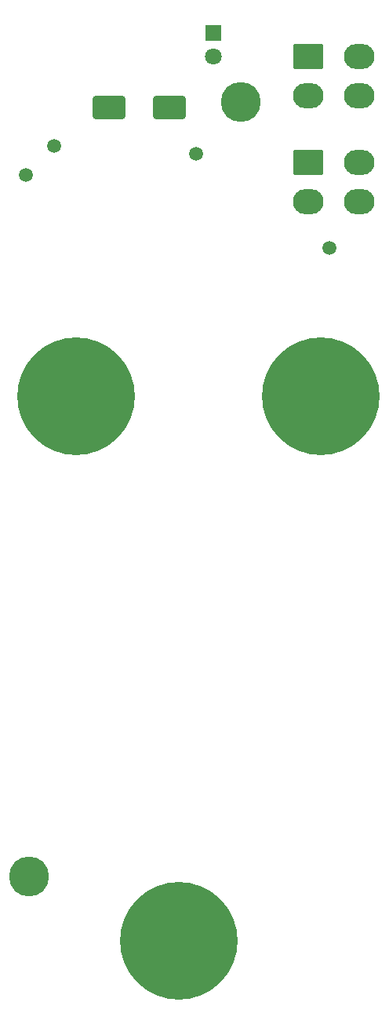
<source format=gbr>
%TF.GenerationSoftware,KiCad,Pcbnew,7.0.1*%
%TF.CreationDate,2023-04-12T19:10:25-08:00*%
%TF.ProjectId,APU ENG CRANK PANEL,41505520-454e-4472-9043-52414e4b2050,4*%
%TF.SameCoordinates,Original*%
%TF.FileFunction,Soldermask,Bot*%
%TF.FilePolarity,Negative*%
%FSLAX46Y46*%
G04 Gerber Fmt 4.6, Leading zero omitted, Abs format (unit mm)*
G04 Created by KiCad (PCBNEW 7.0.1) date 2023-04-12 19:10:25*
%MOMM*%
%LPD*%
G01*
G04 APERTURE LIST*
G04 Aperture macros list*
%AMRoundRect*
0 Rectangle with rounded corners*
0 $1 Rounding radius*
0 $2 $3 $4 $5 $6 $7 $8 $9 X,Y pos of 4 corners*
0 Add a 4 corners polygon primitive as box body*
4,1,4,$2,$3,$4,$5,$6,$7,$8,$9,$2,$3,0*
0 Add four circle primitives for the rounded corners*
1,1,$1+$1,$2,$3*
1,1,$1+$1,$4,$5*
1,1,$1+$1,$6,$7*
1,1,$1+$1,$8,$9*
0 Add four rect primitives between the rounded corners*
20,1,$1+$1,$2,$3,$4,$5,0*
20,1,$1+$1,$4,$5,$6,$7,0*
20,1,$1+$1,$6,$7,$8,$9,0*
20,1,$1+$1,$8,$9,$2,$3,0*%
G04 Aperture macros list end*
%ADD10C,12.700000*%
%ADD11C,4.300000*%
%ADD12C,1.500000*%
%ADD13RoundRect,0.250001X-1.399999X1.099999X-1.399999X-1.099999X1.399999X-1.099999X1.399999X1.099999X0*%
%ADD14O,3.300000X2.700000*%
%ADD15RoundRect,0.250000X1.500000X1.000000X-1.500000X1.000000X-1.500000X-1.000000X1.500000X-1.000000X0*%
%ADD16R,1.800000X1.800000*%
%ADD17C,1.800000*%
G04 APERTURE END LIST*
D10*
%TO.C,H3*%
X157099000Y-85039200D03*
%TD*%
%TO.C,H4*%
X183515000Y-85039200D03*
%TD*%
D11*
%TO.C,H1*%
X174879000Y-53289200D03*
%TD*%
%TO.C,H2*%
X152019000Y-136855200D03*
%TD*%
D10*
%TO.C,H5*%
X168211500Y-143776700D03*
%TD*%
D12*
%TO.C,TP3*%
X151638000Y-61163200D03*
%TD*%
%TO.C,TP1*%
X154686000Y-57988200D03*
%TD*%
%TO.C,TP4*%
X184404000Y-69037200D03*
%TD*%
%TO.C,TP2*%
X170053000Y-58877200D03*
%TD*%
D13*
%TO.C,J2*%
X182128200Y-59824600D03*
D14*
X182128200Y-64024600D03*
X187628200Y-59824600D03*
X187628200Y-64024600D03*
%TD*%
D15*
%TO.C,C1*%
X167129500Y-53827700D03*
X160629500Y-53827700D03*
%TD*%
D16*
%TO.C,D1*%
X171932600Y-45816600D03*
D17*
X171932600Y-48356600D03*
%TD*%
D13*
%TO.C,J1*%
X182128200Y-48381900D03*
D14*
X182128200Y-52581900D03*
X187628200Y-48381900D03*
X187628200Y-52581900D03*
%TD*%
M02*

</source>
